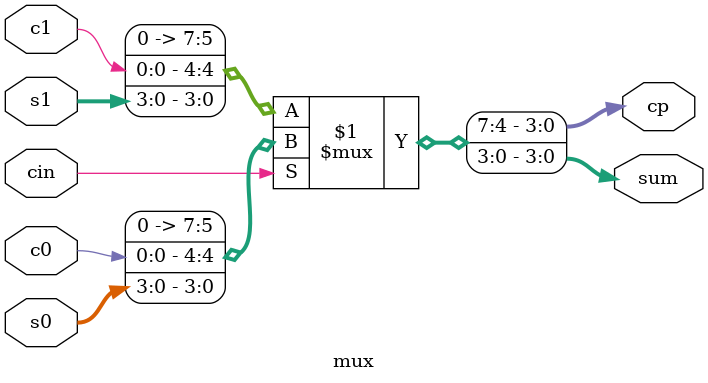
<source format=v>
module uniformcarryadder(s0,s1,s2,i0,i1,i2,i3,i4,i5);
input [3:0]  i0,i1,i2,i3,i4,i5;
output [3:0] s0,s1,s2;
wire[3:0] w0,w1,w2,w3,w4,w5;
wire w6,w7;
adder fa1(s0,s1,c0,c1,i0,i1);
adder fa2(s2,s3,c0,c2,i2,i3);
adder fa3(s4,s5,c4,c5,i4,i5);

mux m1(cc0,ss0,s0,c0,w0,w1);
mux m2(cc1,ss1,s2,c2,w2,w3,w6);
mux m3(cc2,ss2,s4,c4,w4,w5,w7);
endmodule

module adder(vs1,vvs1,vc0,vvc0,a,b);
input [3:0] a,b;
output [3:0] vc0,vs1;
output [3:0]vvc0,vvs1;
assign {vc0,vvs0}=a+b;
assign {vc1,vvs1}=a+b+1;
endmodule

module mux(cp,sum,s0,s1,c0,c1,cin);
input [3:0] s0,s1;
input c0,c1,cin;
output [3:0] cp,sum;
assign {cp,sum}= cin? {c0,s0}:{c1,s1};

endmodule

</source>
